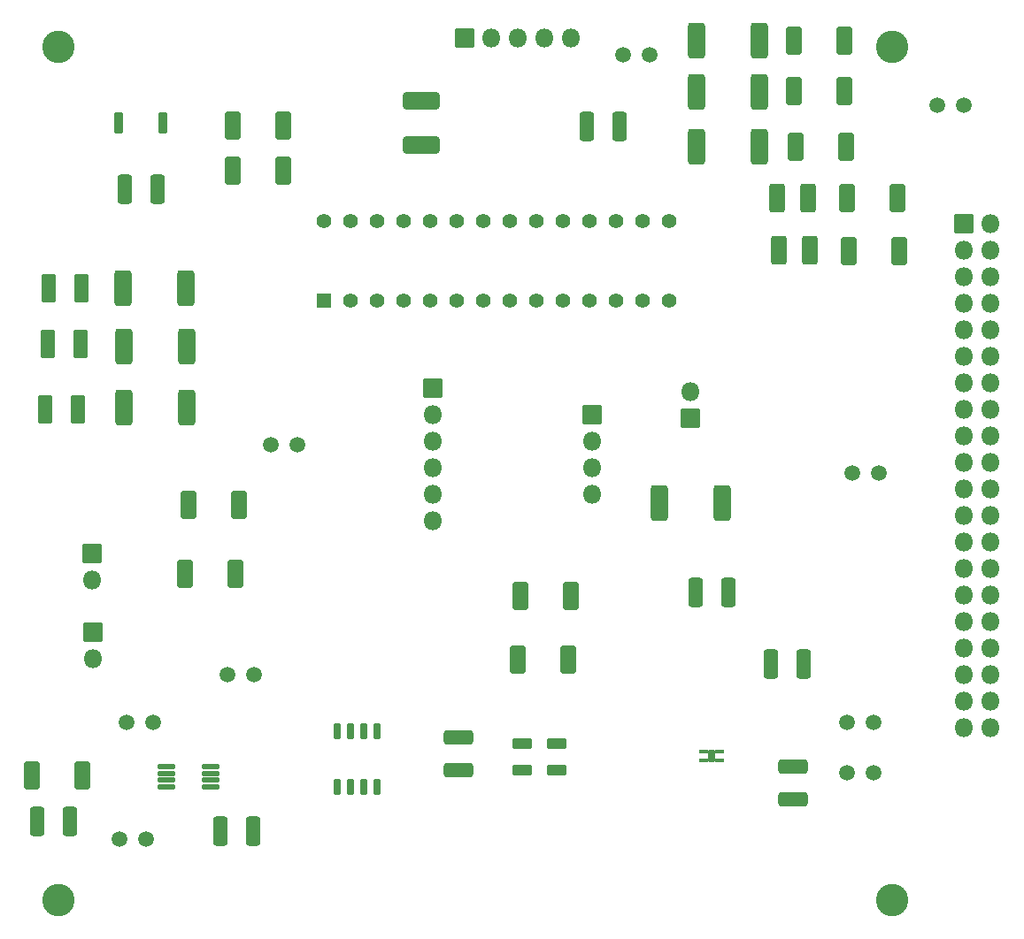
<source format=gts>
%TF.GenerationSoftware,KiCad,Pcbnew,(6.0.1)*%
%TF.CreationDate,2022-03-24T01:36:13-06:00*%
%TF.ProjectId,ColoradoCUBE_Payload,436f6c6f-7261-4646-9f43-5542455f5061,rev?*%
%TF.SameCoordinates,Original*%
%TF.FileFunction,Soldermask,Top*%
%TF.FilePolarity,Negative*%
%FSLAX46Y46*%
G04 Gerber Fmt 4.6, Leading zero omitted, Abs format (unit mm)*
G04 Created by KiCad (PCBNEW (6.0.1)) date 2022-03-24 01:36:13*
%MOMM*%
%LPD*%
G01*
G04 APERTURE LIST*
G04 Aperture macros list*
%AMRoundRect*
0 Rectangle with rounded corners*
0 $1 Rounding radius*
0 $2 $3 $4 $5 $6 $7 $8 $9 X,Y pos of 4 corners*
0 Add a 4 corners polygon primitive as box body*
4,1,4,$2,$3,$4,$5,$6,$7,$8,$9,$2,$3,0*
0 Add four circle primitives for the rounded corners*
1,1,$1+$1,$2,$3*
1,1,$1+$1,$4,$5*
1,1,$1+$1,$6,$7*
1,1,$1+$1,$8,$9*
0 Add four rect primitives between the rounded corners*
20,1,$1+$1,$2,$3,$4,$5,0*
20,1,$1+$1,$4,$5,$6,$7,0*
20,1,$1+$1,$6,$7,$8,$9,0*
20,1,$1+$1,$8,$9,$2,$3,0*%
G04 Aperture macros list end*
%ADD10C,3.101600*%
%ADD11O,1.801599X0.551599*%
%ADD12RoundRect,0.300799X-0.450001X-1.075001X0.450001X-1.075001X0.450001X1.075001X-0.450001X1.075001X0*%
%ADD13RoundRect,0.300800X0.412500X1.100000X-0.412500X1.100000X-0.412500X-1.100000X0.412500X-1.100000X0*%
%ADD14RoundRect,0.300799X0.512501X1.425001X-0.512501X1.425001X-0.512501X-1.425001X0.512501X-1.425001X0*%
%ADD15RoundRect,0.050800X-0.850000X-0.850000X0.850000X-0.850000X0.850000X0.850000X-0.850000X0.850000X0*%
%ADD16O,1.801600X1.801600*%
%ADD17RoundRect,0.300799X0.450001X1.075001X-0.450001X1.075001X-0.450001X-1.075001X0.450001X-1.075001X0*%
%ADD18RoundRect,0.300800X-1.100000X0.412500X-1.100000X-0.412500X1.100000X-0.412500X1.100000X0.412500X0*%
%ADD19RoundRect,0.300801X-0.462499X-1.074999X0.462499X-1.074999X0.462499X1.074999X-0.462499X1.074999X0*%
%ADD20RoundRect,0.300800X1.100000X-0.412500X1.100000X0.412500X-1.100000X0.412500X-1.100000X-0.412500X0*%
%ADD21RoundRect,0.300800X-0.412500X-1.100000X0.412500X-1.100000X0.412500X1.100000X-0.412500X1.100000X0*%
%ADD22RoundRect,0.300800X0.400000X1.075000X-0.400000X1.075000X-0.400000X-1.075000X0.400000X-1.075000X0*%
%ADD23RoundRect,0.300799X-0.512501X-1.425001X0.512501X-1.425001X0.512501X1.425001X-0.512501X1.425001X0*%
%ADD24RoundRect,0.300800X1.450000X-0.537500X1.450000X0.537500X-1.450000X0.537500X-1.450000X-0.537500X0*%
%ADD25C,1.501600*%
%ADD26RoundRect,0.050800X0.850900X0.444500X-0.850900X0.444500X-0.850900X-0.444500X0.850900X-0.444500X0*%
%ADD27RoundRect,0.050800X0.660400X-0.660400X0.660400X0.660400X-0.660400X0.660400X-0.660400X-0.660400X0*%
%ADD28C,1.422400*%
%ADD29RoundRect,0.050800X-0.355600X-0.152400X0.355600X-0.152400X0.355600X0.152400X-0.355600X0.152400X0*%
%ADD30RoundRect,0.050800X-0.254000X-0.546100X0.254000X-0.546100X0.254000X0.546100X-0.254000X0.546100X0*%
%ADD31RoundRect,0.250800X-0.200000X-0.800000X0.200000X-0.800000X0.200000X0.800000X-0.200000X0.800000X0*%
%ADD32RoundRect,0.050800X0.850000X0.850000X-0.850000X0.850000X-0.850000X-0.850000X0.850000X-0.850000X0*%
%ADD33RoundRect,0.050800X0.279400X-0.698500X0.279400X0.698500X-0.279400X0.698500X-0.279400X-0.698500X0*%
%ADD34RoundRect,0.050800X0.850000X-0.850000X0.850000X0.850000X-0.850000X0.850000X-0.850000X-0.850000X0*%
G04 APERTURE END LIST*
D10*
X108331000Y-127801000D03*
X108331000Y-46101000D03*
X188031000Y-46101000D03*
X188031000Y-127801000D03*
D11*
X118677002Y-114975998D03*
X118677002Y-115625999D03*
X118677002Y-116275998D03*
X118677002Y-116925999D03*
X122877001Y-116925999D03*
X122877001Y-116275998D03*
X122877001Y-115625999D03*
X122877001Y-114975998D03*
D12*
X105804000Y-115824000D03*
X110604000Y-115824000D03*
D13*
X109385500Y-120269000D03*
X106260500Y-120269000D03*
D14*
X175326500Y-50419000D03*
X169351500Y-50419000D03*
D13*
X126911500Y-121158000D03*
X123786500Y-121158000D03*
D15*
X111633000Y-102108000D03*
D16*
X111633000Y-104648000D03*
D17*
X157340000Y-98679000D03*
X152540000Y-98679000D03*
D12*
X152286000Y-104775000D03*
X157086000Y-104775000D03*
D18*
X146558000Y-112229500D03*
X146558000Y-115354500D03*
D14*
X120589500Y-80645000D03*
X114614500Y-80645000D03*
X120589500Y-74803000D03*
X114614500Y-74803000D03*
X120462500Y-69215000D03*
X114487500Y-69215000D03*
X175326500Y-55626000D03*
X169351500Y-55626000D03*
D19*
X177201500Y-65532000D03*
X180176500Y-65532000D03*
X177074500Y-60579000D03*
X180049500Y-60579000D03*
D12*
X178829000Y-55626000D03*
X183629000Y-55626000D03*
X178702000Y-50292000D03*
X183502000Y-50292000D03*
X178702000Y-45466000D03*
X183502000Y-45466000D03*
D17*
X125209000Y-96520000D03*
X120409000Y-96520000D03*
X125590000Y-89916000D03*
X120790000Y-89916000D03*
D20*
X178562000Y-118148500D03*
X178562000Y-115023500D03*
D13*
X161963500Y-53721000D03*
X158838500Y-53721000D03*
X179616500Y-105156000D03*
X176491500Y-105156000D03*
D21*
X114642500Y-59690000D03*
X117767500Y-59690000D03*
D13*
X172377500Y-98298000D03*
X169252500Y-98298000D03*
D12*
X124981000Y-57912000D03*
X129781000Y-57912000D03*
X183909000Y-65659000D03*
X188709000Y-65659000D03*
X183782000Y-60579000D03*
X188582000Y-60579000D03*
X124981000Y-53594000D03*
X129781000Y-53594000D03*
D22*
X110135000Y-80772000D03*
X107035000Y-80772000D03*
X110389000Y-74549000D03*
X107289000Y-74549000D03*
X110516000Y-69215000D03*
X107416000Y-69215000D03*
D23*
X165795500Y-89789000D03*
X171770500Y-89789000D03*
D14*
X175326500Y-45466000D03*
X169351500Y-45466000D03*
D24*
X143002000Y-51202500D03*
X143002000Y-55477500D03*
D25*
X162306000Y-46863000D03*
X164846000Y-46863000D03*
D26*
X155954999Y-115296950D03*
X155954999Y-112756950D03*
X152655001Y-112756950D03*
X152655001Y-115296950D03*
D27*
X133731000Y-70358000D03*
D28*
X136271000Y-70358000D03*
X138811000Y-70358000D03*
X141351000Y-70358000D03*
X143891000Y-70358000D03*
X146431000Y-70358000D03*
X148971000Y-70358000D03*
X151511000Y-70358000D03*
X154051000Y-70358000D03*
X156591000Y-70358000D03*
X159131000Y-70358000D03*
X161671000Y-70358000D03*
X164211000Y-70358000D03*
X166751000Y-70358000D03*
X166751000Y-62738000D03*
X164211000Y-62738000D03*
X161671000Y-62738000D03*
X159131000Y-62738000D03*
X156591000Y-62738000D03*
X154051000Y-62738000D03*
X151511000Y-62738000D03*
X148971000Y-62738000D03*
X146431000Y-62738000D03*
X143891000Y-62738000D03*
X141351000Y-62738000D03*
X138811000Y-62738000D03*
X136271000Y-62738000D03*
X133731000Y-62738000D03*
D15*
X159385000Y-81280000D03*
D16*
X159385000Y-83820000D03*
X159385000Y-86360000D03*
X159385000Y-88900000D03*
D25*
X126980000Y-106172000D03*
X124440000Y-106172000D03*
D29*
X170065700Y-113572951D03*
X170065700Y-114372949D03*
X171564300Y-114372949D03*
X171564300Y-113572951D03*
D30*
X170815000Y-113972950D03*
D25*
X128651000Y-84201000D03*
X131191000Y-84201000D03*
D15*
X144145000Y-78740000D03*
D16*
X144145000Y-81280000D03*
X144145000Y-83820000D03*
X144145000Y-86360000D03*
X144145000Y-88900000D03*
X144145000Y-91440000D03*
D25*
X183769000Y-110744000D03*
X186309000Y-110744000D03*
X192405000Y-51689000D03*
X194945000Y-51689000D03*
X183769000Y-115570000D03*
X186309000Y-115570000D03*
D31*
X114105000Y-53340000D03*
X118305000Y-53340000D03*
D32*
X168783000Y-81666000D03*
D16*
X168783000Y-79126000D03*
D25*
X184277000Y-86868000D03*
X186817000Y-86868000D03*
D33*
X134969250Y-116890800D03*
X136239250Y-116890800D03*
X137509250Y-116890800D03*
X138779250Y-116890800D03*
X138779250Y-111582200D03*
X137509250Y-111582200D03*
X136239250Y-111582200D03*
X134969250Y-111582200D03*
D25*
X114828000Y-110744000D03*
X117368000Y-110744000D03*
X114173000Y-121920000D03*
X116713000Y-121920000D03*
D34*
X147193000Y-45212000D03*
D16*
X149733000Y-45212000D03*
X152273000Y-45212000D03*
X154813000Y-45212000D03*
X157353000Y-45212000D03*
D15*
X111506000Y-94615000D03*
D16*
X111506000Y-97155000D03*
D15*
X194945000Y-62992000D03*
D16*
X197485000Y-62992000D03*
X194945000Y-65532000D03*
X197485000Y-65532000D03*
X194945000Y-68072000D03*
X197485000Y-68072000D03*
X194945000Y-70612000D03*
X197485000Y-70612000D03*
X194945000Y-73152000D03*
X197485000Y-73152000D03*
X194945000Y-75692000D03*
X197485000Y-75692000D03*
X194945000Y-78232000D03*
X197485000Y-78232000D03*
X194945000Y-80772000D03*
X197485000Y-80772000D03*
X194945000Y-83312000D03*
X197485000Y-83312000D03*
X194945000Y-85852000D03*
X197485000Y-85852000D03*
X194945000Y-88392000D03*
X197485000Y-88392000D03*
X194945000Y-90932000D03*
X197485000Y-90932000D03*
X194945000Y-93472000D03*
X197485000Y-93472000D03*
X194945000Y-96012000D03*
X197485000Y-96012000D03*
X194945000Y-98552000D03*
X197485000Y-98552000D03*
X194945000Y-101092000D03*
X197485000Y-101092000D03*
X194945000Y-103632000D03*
X197485000Y-103632000D03*
X194945000Y-106172000D03*
X197485000Y-106172000D03*
X194945000Y-108712000D03*
X197485000Y-108712000D03*
X194945000Y-111252000D03*
X197485000Y-111252000D03*
M02*

</source>
